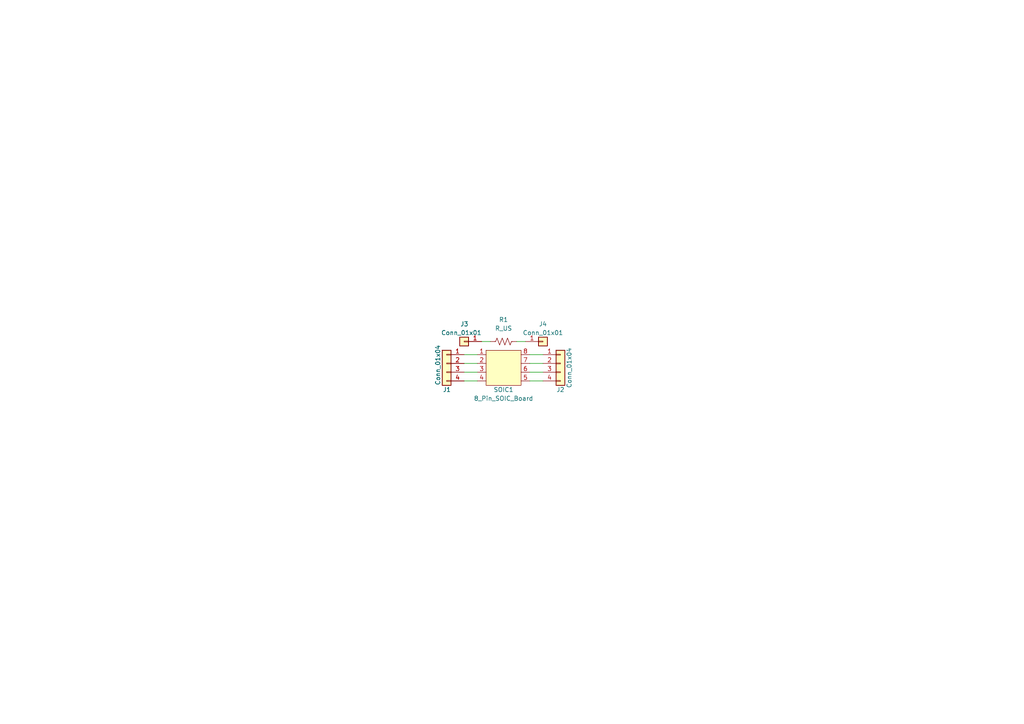
<source format=kicad_sch>
(kicad_sch (version 20211123) (generator eeschema)
  (paper "A4")
  (title_block (title "8 Pin Testing Board") (date "2023-03-29") (rev "0"))
  (lib_symbols
    (symbol "8_Pin_SOIC_Board_1"
      (property "Reference" "SOIC1" (at 0 -6.35 0))
      (property "Value" "8_Pin_SOIC_Board" (at 0 -8.89 0))
      (symbol "8_Pin_SOIC_Board_1_0_1"
        (rectangle (start -5.08 5.08) (end 5.08 -5.08) (fill (type background)))
      )
      (symbol "8_Pin_SOIC_Board_1_1_1"
        (pin unspecified line (at -7.62 3.81 0) (length 2.54) (name "") (number "1"))
        (pin unspecified line (at -7.62 1.27 0) (length 2.54) (name "") (number "2"))
        (pin unspecified line (at -7.62 -1.27 0) (length 2.54) (name "") (number "3"))
        (pin unspecified line (at -7.62 -3.81 0) (length 2.54) (name "") (number "4"))
        (pin unspecified line (at 7.62 -3.81 180) (length 2.54) (name "") (number "5"))
        (pin unspecified line (at 7.62 -1.27 180) (length 2.54) (name "") (number "6"))
        (pin unspecified line (at 7.62 1.27 180) (length 2.54) (name "") (number "7"))
        (pin unspecified line (at 7.62 3.81 180) (length 2.54) (name "") (number "8"))
      )
    )
    (symbol "Connector_Generic:Conn_01x01" (pin_names (offset 1.016) hide)
      (property "Reference" "J" (at 0 2.54 0))
      (property "Value" "Conn_01x01" (at 0 -2.54 0))
      (symbol "Conn_01x01_1_1"
        (rectangle (start -1.27 0.127) (end 0 -0.127) (stroke (width 0.1524)))
        (rectangle (start -1.27 1.27) (end 1.27 -1.27) (stroke (width 0.254)) (fill (type background)))
        (pin passive line (at -5.08 0 0) (length 3.81) (name "Pin_1") (number "1"))
      )
    )
    (symbol "Connector_Generic:Conn_01x04" (pin_names (offset 1.016) hide)
      (property "Reference" "J" (at 0 5.08 0))
      (property "Value" "Conn_01x04" (at 0 -7.62 0))
      (symbol "Conn_01x04_1_1"
        (rectangle (start -1.27 -4.953) (end 0 -5.207) (stroke (width 0.1524)))
        (rectangle (start -1.27 -2.413) (end 0 -2.667) (stroke (width 0.1524)))
        (rectangle (start -1.27 0.127) (end 0 -0.127) (stroke (width 0.1524)))
        (rectangle (start -1.27 2.667) (end 0 2.413) (stroke (width 0.1524)))
        (rectangle (start -1.27 3.81) (end 1.27 -6.35) (stroke (width 0.254)) (fill (type background)))
        (pin passive line (at -5.08 2.54 0) (length 3.81) (name "Pin_1") (number "1"))
        (pin passive line (at -5.08 0 0) (length 3.81) (name "Pin_2") (number "2"))
        (pin passive line (at -5.08 -2.54 0) (length 3.81) (name "Pin_3") (number "3"))
        (pin passive line (at -5.08 -5.08 0) (length 3.81) (name "Pin_4") (number "4"))
      )
    )
    (symbol "Device:R_US" (pin_numbers hide) (pin_names (offset 0))
      (property "Reference" "R" (at 2.54 0 90))
      (property "Value" "R_US" (at -2.54 0 90))
      (symbol "R_US_0_1"
        (polyline (pts (xy 0 -2.286) (xy 0 -2.54)))
        (polyline (pts (xy 0 2.286) (xy 0 2.54)))
        (polyline (pts (xy 0 -0.762) (xy 1.016 -1.143) (xy 0 -1.524) (xy -1.016 -1.905) (xy 0 -2.286)))
        (polyline (pts (xy 0 0.762) (xy 1.016 0.381) (xy 0 0) (xy -1.016 -0.381) (xy 0 -0.762)))
        (polyline (pts (xy 0 2.286) (xy 1.016 1.905) (xy 0 1.524) (xy -1.016 1.143) (xy 0 0.762)))
      )
      (symbol "R_US_1_1"
        (pin passive line (at 0 3.81 270) (length 1.27) (name "~") (number "1"))
        (pin passive line (at 0 -3.81 90) (length 1.27) (name "~") (number "2"))
      )
    )
  )
  (wire (pts (xy 157.48 107.95) (xy 153.67 107.95)))
  (wire (pts (xy 157.48 102.87) (xy 153.67 102.87)))
  (wire (pts (xy 134.62 105.41) (xy 138.43 105.41)))
  (wire (pts (xy 134.62 102.87) (xy 138.43 102.87)))
  (wire (pts (xy 157.48 110.49) (xy 153.67 110.49)))
  (wire (pts (xy 139.7 99.06) (xy 142.24 99.06)))
  (wire (pts (xy 134.62 110.49) (xy 138.43 110.49)))
  (wire (pts (xy 134.62 107.95) (xy 138.43 107.95)))
  (wire (pts (xy 157.48 105.41) (xy 153.67 105.41)))
  (wire (pts (xy 149.86 99.06) (xy 152.4 99.06)))
  (symbol (lib_id "Connector_Generic:Conn_01x04") (at 129.54 105.41 0) (mirror y) (unit 1)
    (property "Reference" "J1" (at 130.81 113.03 0) (effects (justify left)))
    (property "Value" "Conn_01x04" (at 127 111.76 90) (effects (justify left)))
    (property "Footprint" "Connector_PinSocket_2.54mm:PinSocket_1x04_P2.54mm_Vertical" (effects hide))
  )
  (symbol (lib_id "Connector_Generic:Conn_01x01") (at 157.48 99.06 0) (unit 1)
    (property "Reference" "J4" (at 157.48 93.98 0))
    (property "Value" "Conn_01x01" (at 157.48 96.52 0))
    (property "Footprint" "Connector_PinSocket_2.54mm:PinSocket_1x01_P2.54mm_Vertical" (effects hide))
  )
  (symbol (lib_id "Connector_Generic:Conn_01x01") (at 134.62 99.06 0) (mirror y) (unit 1)
    (property "Reference" "J3" (at 135.89 93.98 0) (effects (justify left)))
    (property "Value" "Conn_01x01" (at 139.7 96.52 0) (effects (justify left)))
    (property "Footprint" "Connector_PinSocket_2.54mm:PinSocket_1x01_P2.54mm_Vertical" (effects hide))
  )
  (symbol (lib_name "8_Pin_SOIC_Board_1") (lib_id "8_Pin_SOIC_Board:8_Pin_SOIC_Board") (at 146.05 106.68 0) (unit 1)
    (property "Reference" "SOIC1" (at 146.05 113.03 0))
    (property "Value" "8_Pin_SOIC_Board" (at 146.05 115.57 0))
    (property "Footprint" "SOIC_Footprints:8_Pin_SOIC_Board" (effects hide))
  )
  (symbol (lib_id "Connector_Generic:Conn_01x04") (at 162.56 105.41 0) (unit 1)
    (property "Reference" "J2" (at 162.56 113.03 0))
    (property "Value" "Conn_01x04" (at 165.1 106.68 90))
    (property "Footprint" "Connector_PinSocket_2.54mm:PinSocket_1x04_P2.54mm_Vertical" (effects hide))
  )
  (symbol (lib_id "Device:R_US") (at 146.05 99.06 270) (unit 1)
    (property "Reference" "R1" (at 146.05 92.71 90))
    (property "Value" "R_US" (at 146.05 95.25 90))
    (property "Footprint" "Resistor_SMD:R_0805_2012Metric" (effects hide))
  )
)
</source>
